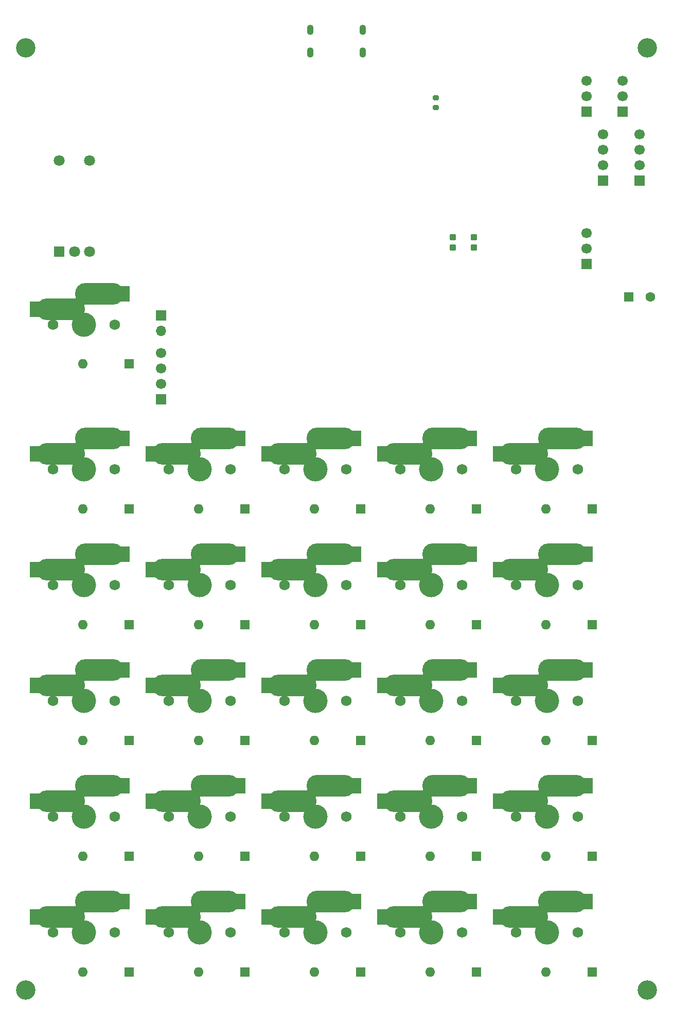
<source format=gbr>
%TF.GenerationSoftware,KiCad,Pcbnew,9.0.7*%
%TF.CreationDate,2026-03-01T07:38:40-05:00*%
%TF.ProjectId,Macropad,4d616372-6f70-4616-942e-6b696361645f,rev?*%
%TF.SameCoordinates,Original*%
%TF.FileFunction,Soldermask,Bot*%
%TF.FilePolarity,Negative*%
%FSLAX46Y46*%
G04 Gerber Fmt 4.6, Leading zero omitted, Abs format (unit mm)*
G04 Created by KiCad (PCBNEW 9.0.7) date 2026-03-01 07:38:40*
%MOMM*%
%LPD*%
G01*
G04 APERTURE LIST*
G04 Aperture macros list*
%AMRoundRect*
0 Rectangle with rounded corners*
0 $1 Rounding radius*
0 $2 $3 $4 $5 $6 $7 $8 $9 X,Y pos of 4 corners*
0 Add a 4 corners polygon primitive as box body*
4,1,4,$2,$3,$4,$5,$6,$7,$8,$9,$2,$3,0*
0 Add four circle primitives for the rounded corners*
1,1,$1+$1,$2,$3*
1,1,$1+$1,$4,$5*
1,1,$1+$1,$6,$7*
1,1,$1+$1,$8,$9*
0 Add four rect primitives between the rounded corners*
20,1,$1+$1,$2,$3,$4,$5,0*
20,1,$1+$1,$4,$5,$6,$7,0*
20,1,$1+$1,$6,$7,$8,$9,0*
20,1,$1+$1,$8,$9,$2,$3,0*%
G04 Aperture macros list end*
%ADD10R,1.700000X1.700000*%
%ADD11C,1.700000*%
%ADD12C,1.750000*%
%ADD13C,4.000000*%
%ADD14R,2.550000X2.500000*%
%ADD15O,8.000000X3.600000*%
%ADD16R,1.600000X1.600000*%
%ADD17C,1.600000*%
%ADD18C,3.200000*%
%ADD19O,1.700000X1.700000*%
%ADD20O,1.100000X1.700000*%
%ADD21R,1.800000X1.800000*%
%ADD22C,1.800000*%
%ADD23O,1.600000X1.600000*%
%ADD24RoundRect,0.200000X-0.350000X-0.300000X0.350000X-0.300000X0.350000X0.300000X-0.350000X0.300000X0*%
%ADD25RoundRect,0.200000X0.275000X-0.200000X0.275000X0.200000X-0.275000X0.200000X-0.275000X-0.200000X0*%
%ADD26C,0.350000*%
%ADD27O,0.600000X1.200000*%
G04 APERTURE END LIST*
D10*
%TO.C,J202*%
X92250000Y25460000D03*
D11*
X92250000Y28000000D03*
X92250000Y30540000D03*
%TD*%
D12*
%TO.C,SW26*%
X80645000Y-109538000D03*
D13*
X85725000Y-109538000D03*
D12*
X90805000Y-109538000D03*
D14*
X78165000Y-106998000D03*
D15*
X81915000Y-106998000D03*
X88265000Y-104458000D03*
D14*
X92015000Y-104458000D03*
%TD*%
D12*
%TO.C,SW14*%
X42545000Y-71438000D03*
D13*
X47625000Y-71438000D03*
D12*
X52705000Y-71438000D03*
D14*
X40065000Y-68898000D03*
D15*
X43815000Y-68898000D03*
X50165000Y-66358000D03*
D14*
X53915000Y-66358000D03*
%TD*%
D16*
%TO.C,C401*%
X99250000Y-5000000D03*
D17*
X102750000Y-5000000D03*
%TD*%
D18*
%TO.C,H4*%
X102250000Y-119000000D03*
%TD*%
D12*
%TO.C,SW10*%
X61595000Y-52388000D03*
D13*
X66675000Y-52388000D03*
D12*
X71755000Y-52388000D03*
D14*
X59115000Y-49848000D03*
D15*
X62865000Y-49848000D03*
X69215000Y-47308000D03*
D14*
X72965000Y-47308000D03*
%TD*%
D12*
%TO.C,SW23*%
X23495000Y-109538000D03*
D13*
X28575000Y-109538000D03*
D12*
X33655000Y-109538000D03*
D14*
X21015000Y-106998000D03*
D15*
X24765000Y-106998000D03*
X31115000Y-104458000D03*
D14*
X34865000Y-104458000D03*
%TD*%
D12*
%TO.C,SW21*%
X80645000Y-90487000D03*
D13*
X85725000Y-90487000D03*
D12*
X90805000Y-90487000D03*
D14*
X78165000Y-87947000D03*
D15*
X81915000Y-87947000D03*
X88265000Y-85407000D03*
D14*
X92015000Y-85407000D03*
%TD*%
D10*
%TO.C,J303*%
X101000000Y14190000D03*
D11*
X101000000Y16730000D03*
X101000000Y19270000D03*
X101000000Y21810000D03*
%TD*%
D12*
%TO.C,SW16*%
X80645000Y-71438000D03*
D13*
X85725000Y-71438000D03*
D12*
X90805000Y-71438000D03*
D14*
X78165000Y-68898000D03*
D15*
X81915000Y-68898000D03*
X88265000Y-66358000D03*
D14*
X92015000Y-66358000D03*
%TD*%
D10*
%TO.C,J301*%
X92250000Y460000D03*
D11*
X92250000Y3000000D03*
X92250000Y5540000D03*
%TD*%
D18*
%TO.C,H2*%
X102250000Y36000000D03*
%TD*%
D12*
%TO.C,SW11*%
X80645000Y-52388000D03*
D13*
X85725000Y-52388000D03*
D12*
X90805000Y-52388000D03*
D14*
X78165000Y-49848000D03*
D15*
X81915000Y-49848000D03*
X88265000Y-47308000D03*
D14*
X92015000Y-47308000D03*
%TD*%
D10*
%TO.C,J400*%
X22250000Y-8000000D03*
D19*
X22250000Y-10540000D03*
%TD*%
D12*
%TO.C,SW5*%
X61595000Y-33337000D03*
D13*
X66675000Y-33337000D03*
D12*
X71755000Y-33337000D03*
D14*
X59115000Y-30797000D03*
D15*
X62865000Y-30797000D03*
X69215000Y-28257000D03*
D14*
X72965000Y-28257000D03*
%TD*%
D12*
%TO.C,SW24*%
X42545000Y-109538000D03*
D13*
X47625000Y-109538000D03*
D12*
X52705000Y-109538000D03*
D14*
X40065000Y-106998000D03*
D15*
X43815000Y-106998000D03*
X50165000Y-104458000D03*
D14*
X53915000Y-104458000D03*
%TD*%
D12*
%TO.C,SW19*%
X42545000Y-90487000D03*
D13*
X47625000Y-90487000D03*
D12*
X52705000Y-90487000D03*
D14*
X40065000Y-87947000D03*
D15*
X43815000Y-87947000D03*
X50165000Y-85407000D03*
D14*
X53915000Y-85407000D03*
%TD*%
D12*
%TO.C,SW25*%
X61595000Y-109538000D03*
D13*
X66675000Y-109538000D03*
D12*
X71755000Y-109538000D03*
D14*
X59115000Y-106998000D03*
D15*
X62865000Y-106998000D03*
X69215000Y-104458000D03*
D14*
X72965000Y-104458000D03*
%TD*%
D12*
%TO.C,SW7*%
X4445000Y-52388000D03*
D13*
X9525000Y-52388000D03*
D12*
X14605000Y-52388000D03*
D14*
X1965000Y-49848000D03*
D15*
X5715000Y-49848000D03*
X12065000Y-47308000D03*
D14*
X15815000Y-47308000D03*
%TD*%
D18*
%TO.C,H3*%
X0Y-119000000D03*
%TD*%
D12*
%TO.C,SW22*%
X4445000Y-109538000D03*
D13*
X9525000Y-109538000D03*
D12*
X14605000Y-109538000D03*
D14*
X1965000Y-106998000D03*
D15*
X5715000Y-106998000D03*
X12065000Y-104458000D03*
D14*
X15815000Y-104458000D03*
%TD*%
D12*
%TO.C,SW1*%
X4445000Y-9525000D03*
D13*
X9525000Y-9525000D03*
D12*
X14605000Y-9525000D03*
D14*
X1965000Y-6985000D03*
D15*
X5715000Y-6985000D03*
X12065000Y-4445000D03*
D14*
X15815000Y-4445000D03*
%TD*%
D18*
%TO.C,H1*%
X0Y36000000D03*
%TD*%
D12*
%TO.C,SW15*%
X61595000Y-71438000D03*
D13*
X66675000Y-71438000D03*
D12*
X71755000Y-71438000D03*
D14*
X59115000Y-68898000D03*
D15*
X62865000Y-68898000D03*
X69215000Y-66358000D03*
D14*
X72965000Y-66358000D03*
%TD*%
D20*
%TO.C,J402*%
X46805000Y39000000D03*
X46805000Y35200000D03*
X55445000Y39000000D03*
X55445000Y35200000D03*
%TD*%
D10*
%TO.C,J302*%
X95000000Y14190000D03*
D11*
X95000000Y16730000D03*
X95000000Y19270000D03*
X95000000Y21810000D03*
%TD*%
D12*
%TO.C,SW3*%
X23495000Y-33337000D03*
D13*
X28575000Y-33337000D03*
D12*
X33655000Y-33337000D03*
D14*
X21015000Y-30797000D03*
D15*
X24765000Y-30797000D03*
X31115000Y-28257000D03*
D14*
X34865000Y-28257000D03*
%TD*%
D12*
%TO.C,SW17*%
X4445000Y-90487000D03*
D13*
X9525000Y-90487000D03*
D12*
X14605000Y-90487000D03*
D14*
X1965000Y-87947000D03*
D15*
X5715000Y-87947000D03*
X12065000Y-85407000D03*
D14*
X15815000Y-85407000D03*
%TD*%
D10*
%TO.C,J201*%
X98250000Y25460000D03*
D11*
X98250000Y28000000D03*
X98250000Y30540000D03*
%TD*%
D12*
%TO.C,SW18*%
X23495000Y-90487000D03*
D13*
X28575000Y-90487000D03*
D12*
X33655000Y-90487000D03*
D14*
X21015000Y-87947000D03*
D15*
X24765000Y-87947000D03*
X31115000Y-85407000D03*
D14*
X34865000Y-85407000D03*
%TD*%
D12*
%TO.C,SW9*%
X42545000Y-52388000D03*
D13*
X47625000Y-52388000D03*
D12*
X52705000Y-52388000D03*
D14*
X40065000Y-49848000D03*
D15*
X43815000Y-49848000D03*
X50165000Y-47308000D03*
D14*
X53915000Y-47308000D03*
%TD*%
D12*
%TO.C,SW8*%
X23495000Y-52388000D03*
D13*
X28575000Y-52388000D03*
D12*
X33655000Y-52388000D03*
D14*
X21015000Y-49848000D03*
D15*
X24765000Y-49848000D03*
X31115000Y-47308000D03*
D14*
X34865000Y-47308000D03*
%TD*%
D12*
%TO.C,SW13*%
X23495000Y-71438000D03*
D13*
X28575000Y-71438000D03*
D12*
X33655000Y-71438000D03*
D14*
X21015000Y-68898000D03*
D15*
X24765000Y-68898000D03*
X31115000Y-66358000D03*
D14*
X34865000Y-66358000D03*
%TD*%
D12*
%TO.C,SW6*%
X80645000Y-33337000D03*
D13*
X85725000Y-33337000D03*
D12*
X90805000Y-33337000D03*
D14*
X78165000Y-30797000D03*
D15*
X81915000Y-30797000D03*
X88265000Y-28257000D03*
D14*
X92015000Y-28257000D03*
%TD*%
D10*
%TO.C,J401*%
X22250000Y-21810000D03*
D11*
X22250000Y-19270000D03*
X22250000Y-16730000D03*
X22250000Y-14190000D03*
%TD*%
D12*
%TO.C,SW4*%
X42545000Y-33337000D03*
D13*
X47625000Y-33337000D03*
D12*
X52705000Y-33337000D03*
D14*
X40065000Y-30797000D03*
D15*
X43815000Y-30797000D03*
X50165000Y-28257000D03*
D14*
X53915000Y-28257000D03*
%TD*%
D12*
%TO.C,SW12*%
X4445000Y-71438000D03*
D13*
X9525000Y-71438000D03*
D12*
X14605000Y-71438000D03*
D14*
X1965000Y-68898000D03*
D15*
X5715000Y-68898000D03*
X12065000Y-66358000D03*
D14*
X15815000Y-66358000D03*
%TD*%
D21*
%TO.C,SW401*%
X5500000Y2500000D03*
D22*
X10500000Y2500000D03*
X8000000Y2500000D03*
X5500000Y17500000D03*
X10500000Y17500000D03*
%TD*%
D12*
%TO.C,SW20*%
X61595000Y-90487000D03*
D13*
X66675000Y-90487000D03*
D12*
X71755000Y-90487000D03*
D14*
X59115000Y-87947000D03*
D15*
X62865000Y-87947000D03*
X69215000Y-85407000D03*
D14*
X72965000Y-85407000D03*
%TD*%
D12*
%TO.C,SW2*%
X4445000Y-33337000D03*
D13*
X9525000Y-33337000D03*
D12*
X14605000Y-33337000D03*
D14*
X1965000Y-30797000D03*
D15*
X5715000Y-30797000D03*
X12065000Y-28257000D03*
D14*
X15815000Y-28257000D03*
%TD*%
D16*
%TO.C,D13*%
X36075000Y-77938000D03*
D23*
X28455000Y-77938000D03*
%TD*%
D16*
%TO.C,D14*%
X55125000Y-77938000D03*
D23*
X47505000Y-77938000D03*
%TD*%
D16*
%TO.C,D16*%
X93225000Y-77938000D03*
D23*
X85605000Y-77938000D03*
%TD*%
D16*
%TO.C,D9*%
X55125000Y-58888000D03*
D23*
X47505000Y-58888000D03*
%TD*%
D16*
%TO.C,D1*%
X17025000Y-16025000D03*
D23*
X9405000Y-16025000D03*
%TD*%
D16*
%TO.C,D10*%
X74175000Y-58888000D03*
D23*
X66555000Y-58888000D03*
%TD*%
D16*
%TO.C,D5*%
X74175000Y-39837000D03*
D23*
X66555000Y-39837000D03*
%TD*%
D24*
%TO.C,SW402*%
X70300000Y3150000D03*
X73700000Y3150000D03*
X70300000Y4850000D03*
X73700000Y4850000D03*
%TD*%
D16*
%TO.C,D4*%
X55125000Y-39837000D03*
D23*
X47505000Y-39837000D03*
%TD*%
D16*
%TO.C,D6*%
X93225000Y-39837000D03*
D23*
X85605000Y-39837000D03*
%TD*%
D16*
%TO.C,D2*%
X17025000Y-39837000D03*
D23*
X9405000Y-39837000D03*
%TD*%
D16*
%TO.C,D23*%
X36075000Y-116038000D03*
D23*
X28455000Y-116038000D03*
%TD*%
D16*
%TO.C,D3*%
X36075000Y-39837000D03*
D23*
X28455000Y-39837000D03*
%TD*%
D16*
%TO.C,D19*%
X55125000Y-96987000D03*
D23*
X47505000Y-96987000D03*
%TD*%
D16*
%TO.C,D24*%
X55125000Y-116038000D03*
D23*
X47505000Y-116038000D03*
%TD*%
D16*
%TO.C,D15*%
X74175000Y-77938000D03*
D23*
X66555000Y-77938000D03*
%TD*%
D25*
%TO.C,R407*%
X67500000Y26175000D03*
X67500000Y27825000D03*
%TD*%
D16*
%TO.C,D25*%
X74175000Y-116038000D03*
D23*
X66555000Y-116038000D03*
%TD*%
D16*
%TO.C,D18*%
X36075000Y-96987000D03*
D23*
X28455000Y-96987000D03*
%TD*%
D16*
%TO.C,D12*%
X17025000Y-77938000D03*
D23*
X9405000Y-77938000D03*
%TD*%
D16*
%TO.C,D8*%
X36075000Y-58888000D03*
D23*
X28455000Y-58888000D03*
%TD*%
D16*
%TO.C,D21*%
X93225000Y-96987000D03*
D23*
X85605000Y-96987000D03*
%TD*%
D16*
%TO.C,D26*%
X93225000Y-116038000D03*
D23*
X85605000Y-116038000D03*
%TD*%
D16*
%TO.C,D11*%
X93225000Y-58888000D03*
D23*
X85605000Y-58888000D03*
%TD*%
D16*
%TO.C,D7*%
X17025000Y-58888000D03*
D23*
X9405000Y-58888000D03*
%TD*%
D16*
%TO.C,D22*%
X17025000Y-116038000D03*
D23*
X9405000Y-116038000D03*
%TD*%
D16*
%TO.C,D17*%
X17025000Y-96987000D03*
D23*
X9405000Y-96987000D03*
%TD*%
D16*
%TO.C,D20*%
X74175000Y-96987000D03*
D23*
X66555000Y-96987000D03*
%TD*%
D26*
X92250000Y25460000D03*
X92250000Y28000000D03*
X92250000Y30540000D03*
X80645000Y-109538000D03*
X85725000Y-109538000D03*
X90805000Y-109538000D03*
X81915000Y-106998000D03*
X88265000Y-104458000D03*
X42545000Y-71438000D03*
X47625000Y-71438000D03*
X52705000Y-71438000D03*
X43815000Y-68898000D03*
X50165000Y-66358000D03*
X99250000Y-5000000D03*
X102750000Y-5000000D03*
X102250000Y-119000000D03*
X61595000Y-52388000D03*
X66675000Y-52388000D03*
X71755000Y-52388000D03*
X62865000Y-49848000D03*
X69215000Y-47308000D03*
X23495000Y-109538000D03*
X28575000Y-109538000D03*
X33655000Y-109538000D03*
X24765000Y-106998000D03*
X31115000Y-104458000D03*
X80645000Y-90487000D03*
X85725000Y-90487000D03*
X90805000Y-90487000D03*
X81915000Y-87947000D03*
X88265000Y-85407000D03*
X101000000Y14190000D03*
X101000000Y16730000D03*
X101000000Y19270000D03*
X101000000Y21810000D03*
X80645000Y-71438000D03*
X85725000Y-71438000D03*
X90805000Y-71438000D03*
X81915000Y-68898000D03*
X88265000Y-66358000D03*
X92250000Y460000D03*
X92250000Y3000000D03*
X92250000Y5540000D03*
X102250000Y36000000D03*
X80645000Y-52388000D03*
X85725000Y-52388000D03*
X90805000Y-52388000D03*
X81915000Y-49848000D03*
X88265000Y-47308000D03*
X22250000Y-8000000D03*
X22250000Y-10540000D03*
X61595000Y-33337000D03*
X66675000Y-33337000D03*
X71755000Y-33337000D03*
X62865000Y-30797000D03*
X69215000Y-28257000D03*
X42545000Y-109538000D03*
X47625000Y-109538000D03*
X52705000Y-109538000D03*
X43815000Y-106998000D03*
X50165000Y-104458000D03*
X42545000Y-90487000D03*
X47625000Y-90487000D03*
X52705000Y-90487000D03*
X43815000Y-87947000D03*
X50165000Y-85407000D03*
X61595000Y-109538000D03*
X66675000Y-109538000D03*
X71755000Y-109538000D03*
X62865000Y-106998000D03*
X69215000Y-104458000D03*
X4445000Y-52388000D03*
X9525000Y-52388000D03*
X14605000Y-52388000D03*
X5715000Y-49848000D03*
X12065000Y-47308000D03*
X0Y-119000000D03*
X4445000Y-109538000D03*
X9525000Y-109538000D03*
X14605000Y-109538000D03*
X5715000Y-106998000D03*
X12065000Y-104458000D03*
X4445000Y-9525000D03*
X9525000Y-9525000D03*
X14605000Y-9525000D03*
X5715000Y-6985000D03*
X12065000Y-4445000D03*
X0Y36000000D03*
X61595000Y-71438000D03*
X66675000Y-71438000D03*
X71755000Y-71438000D03*
X62865000Y-68898000D03*
X69215000Y-66358000D03*
D27*
X46805000Y39000000D03*
X46805000Y35200000D03*
X55445000Y39000000D03*
X55445000Y35200000D03*
D26*
X95000000Y14190000D03*
X95000000Y16730000D03*
X95000000Y19270000D03*
X95000000Y21810000D03*
X23495000Y-33337000D03*
X28575000Y-33337000D03*
X33655000Y-33337000D03*
X24765000Y-30797000D03*
X31115000Y-28257000D03*
X4445000Y-90487000D03*
X9525000Y-90487000D03*
X14605000Y-90487000D03*
X5715000Y-87947000D03*
X12065000Y-85407000D03*
X98250000Y25460000D03*
X98250000Y28000000D03*
X98250000Y30540000D03*
X23495000Y-90487000D03*
X28575000Y-90487000D03*
X33655000Y-90487000D03*
X24765000Y-87947000D03*
X31115000Y-85407000D03*
X42545000Y-52388000D03*
X47625000Y-52388000D03*
X52705000Y-52388000D03*
X43815000Y-49848000D03*
X50165000Y-47308000D03*
X23495000Y-52388000D03*
X28575000Y-52388000D03*
X33655000Y-52388000D03*
X24765000Y-49848000D03*
X31115000Y-47308000D03*
X23495000Y-71438000D03*
X28575000Y-71438000D03*
X33655000Y-71438000D03*
X24765000Y-68898000D03*
X31115000Y-66358000D03*
X80645000Y-33337000D03*
X85725000Y-33337000D03*
X90805000Y-33337000D03*
X81915000Y-30797000D03*
X88265000Y-28257000D03*
X22250000Y-21810000D03*
X22250000Y-19270000D03*
X22250000Y-16730000D03*
X22250000Y-14190000D03*
X42545000Y-33337000D03*
X47625000Y-33337000D03*
X52705000Y-33337000D03*
X43815000Y-30797000D03*
X50165000Y-28257000D03*
X4445000Y-71438000D03*
X9525000Y-71438000D03*
X14605000Y-71438000D03*
X5715000Y-68898000D03*
X12065000Y-66358000D03*
X5500000Y2500000D03*
X10500000Y2500000D03*
X8000000Y2500000D03*
X5500000Y17500000D03*
X10500000Y17500000D03*
X61595000Y-90487000D03*
X66675000Y-90487000D03*
X71755000Y-90487000D03*
X62865000Y-87947000D03*
X69215000Y-85407000D03*
X4445000Y-33337000D03*
X9525000Y-33337000D03*
X14605000Y-33337000D03*
X5715000Y-30797000D03*
X12065000Y-28257000D03*
X36075000Y-77938000D03*
X28455000Y-77938000D03*
X55125000Y-77938000D03*
X47505000Y-77938000D03*
X93225000Y-77938000D03*
X85605000Y-77938000D03*
X55125000Y-58888000D03*
X47505000Y-58888000D03*
X17025000Y-16025000D03*
X9405000Y-16025000D03*
X74175000Y-58888000D03*
X66555000Y-58888000D03*
X74175000Y-39837000D03*
X66555000Y-39837000D03*
X55125000Y-39837000D03*
X47505000Y-39837000D03*
X93225000Y-39837000D03*
X85605000Y-39837000D03*
X17025000Y-39837000D03*
X9405000Y-39837000D03*
X36075000Y-116038000D03*
X28455000Y-116038000D03*
X36075000Y-39837000D03*
X28455000Y-39837000D03*
X55125000Y-96987000D03*
X47505000Y-96987000D03*
X55125000Y-116038000D03*
X47505000Y-116038000D03*
X74175000Y-77938000D03*
X66555000Y-77938000D03*
X74175000Y-116038000D03*
X66555000Y-116038000D03*
X36075000Y-96987000D03*
X28455000Y-96987000D03*
X17025000Y-77938000D03*
X9405000Y-77938000D03*
X36075000Y-58888000D03*
X28455000Y-58888000D03*
X93225000Y-96987000D03*
X85605000Y-96987000D03*
X93225000Y-116038000D03*
X85605000Y-116038000D03*
X93225000Y-58888000D03*
X85605000Y-58888000D03*
X17025000Y-58888000D03*
X9405000Y-58888000D03*
X17025000Y-116038000D03*
X9405000Y-116038000D03*
X17025000Y-96987000D03*
X9405000Y-96987000D03*
X74175000Y-96987000D03*
X66555000Y-96987000D03*
M02*

</source>
